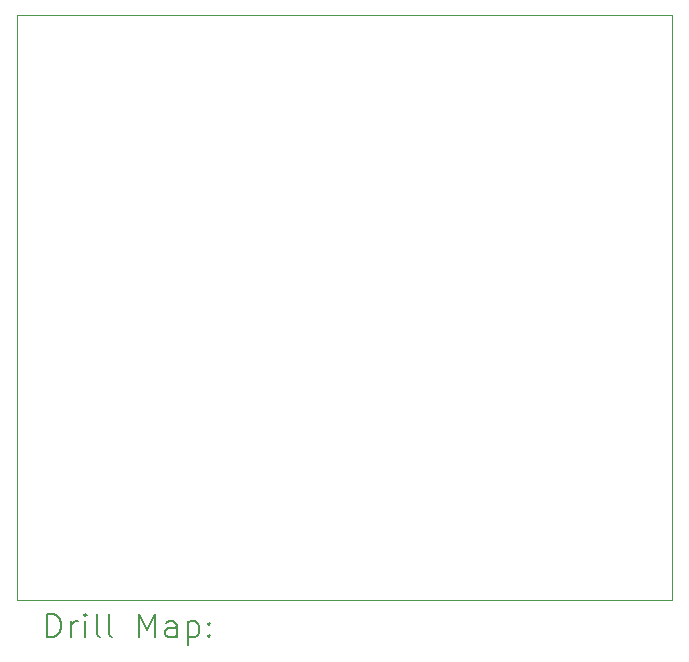
<source format=gbr>
%TF.GenerationSoftware,KiCad,Pcbnew,9.0.1+1*%
%TF.CreationDate,2025-10-27T20:24:24+00:00*%
%TF.ProjectId,ECAD_main,45434144-5f6d-4616-996e-2e6b69636164,rev?*%
%TF.SameCoordinates,Original*%
%TF.FileFunction,Drillmap*%
%TF.FilePolarity,Positive*%
%FSLAX45Y45*%
G04 Gerber Fmt 4.5, Leading zero omitted, Abs format (unit mm)*
G04 Created by KiCad (PCBNEW 9.0.1+1) date 2025-10-27 20:24:24*
%MOMM*%
%LPD*%
G01*
G04 APERTURE LIST*
%ADD10C,0.050000*%
%ADD11C,0.200000*%
G04 APERTURE END LIST*
D10*
X1250000Y-2300000D02*
X6800000Y-2300000D01*
X6800000Y-7250000D01*
X1250000Y-7250000D01*
X1250000Y-2300000D01*
D11*
X1508277Y-7563984D02*
X1508277Y-7363984D01*
X1508277Y-7363984D02*
X1555896Y-7363984D01*
X1555896Y-7363984D02*
X1584467Y-7373508D01*
X1584467Y-7373508D02*
X1603515Y-7392555D01*
X1603515Y-7392555D02*
X1613039Y-7411603D01*
X1613039Y-7411603D02*
X1622562Y-7449698D01*
X1622562Y-7449698D02*
X1622562Y-7478269D01*
X1622562Y-7478269D02*
X1613039Y-7516365D01*
X1613039Y-7516365D02*
X1603515Y-7535412D01*
X1603515Y-7535412D02*
X1584467Y-7554460D01*
X1584467Y-7554460D02*
X1555896Y-7563984D01*
X1555896Y-7563984D02*
X1508277Y-7563984D01*
X1708277Y-7563984D02*
X1708277Y-7430650D01*
X1708277Y-7468746D02*
X1717801Y-7449698D01*
X1717801Y-7449698D02*
X1727324Y-7440174D01*
X1727324Y-7440174D02*
X1746372Y-7430650D01*
X1746372Y-7430650D02*
X1765420Y-7430650D01*
X1832086Y-7563984D02*
X1832086Y-7430650D01*
X1832086Y-7363984D02*
X1822562Y-7373508D01*
X1822562Y-7373508D02*
X1832086Y-7383031D01*
X1832086Y-7383031D02*
X1841610Y-7373508D01*
X1841610Y-7373508D02*
X1832086Y-7363984D01*
X1832086Y-7363984D02*
X1832086Y-7383031D01*
X1955896Y-7563984D02*
X1936848Y-7554460D01*
X1936848Y-7554460D02*
X1927324Y-7535412D01*
X1927324Y-7535412D02*
X1927324Y-7363984D01*
X2060658Y-7563984D02*
X2041610Y-7554460D01*
X2041610Y-7554460D02*
X2032086Y-7535412D01*
X2032086Y-7535412D02*
X2032086Y-7363984D01*
X2289229Y-7563984D02*
X2289229Y-7363984D01*
X2289229Y-7363984D02*
X2355896Y-7506841D01*
X2355896Y-7506841D02*
X2422563Y-7363984D01*
X2422563Y-7363984D02*
X2422563Y-7563984D01*
X2603515Y-7563984D02*
X2603515Y-7459222D01*
X2603515Y-7459222D02*
X2593991Y-7440174D01*
X2593991Y-7440174D02*
X2574944Y-7430650D01*
X2574944Y-7430650D02*
X2536848Y-7430650D01*
X2536848Y-7430650D02*
X2517801Y-7440174D01*
X2603515Y-7554460D02*
X2584467Y-7563984D01*
X2584467Y-7563984D02*
X2536848Y-7563984D01*
X2536848Y-7563984D02*
X2517801Y-7554460D01*
X2517801Y-7554460D02*
X2508277Y-7535412D01*
X2508277Y-7535412D02*
X2508277Y-7516365D01*
X2508277Y-7516365D02*
X2517801Y-7497317D01*
X2517801Y-7497317D02*
X2536848Y-7487793D01*
X2536848Y-7487793D02*
X2584467Y-7487793D01*
X2584467Y-7487793D02*
X2603515Y-7478269D01*
X2698753Y-7430650D02*
X2698753Y-7630650D01*
X2698753Y-7440174D02*
X2717801Y-7430650D01*
X2717801Y-7430650D02*
X2755896Y-7430650D01*
X2755896Y-7430650D02*
X2774944Y-7440174D01*
X2774944Y-7440174D02*
X2784467Y-7449698D01*
X2784467Y-7449698D02*
X2793991Y-7468746D01*
X2793991Y-7468746D02*
X2793991Y-7525888D01*
X2793991Y-7525888D02*
X2784467Y-7544936D01*
X2784467Y-7544936D02*
X2774944Y-7554460D01*
X2774944Y-7554460D02*
X2755896Y-7563984D01*
X2755896Y-7563984D02*
X2717801Y-7563984D01*
X2717801Y-7563984D02*
X2698753Y-7554460D01*
X2879705Y-7544936D02*
X2889229Y-7554460D01*
X2889229Y-7554460D02*
X2879705Y-7563984D01*
X2879705Y-7563984D02*
X2870182Y-7554460D01*
X2870182Y-7554460D02*
X2879705Y-7544936D01*
X2879705Y-7544936D02*
X2879705Y-7563984D01*
X2879705Y-7440174D02*
X2889229Y-7449698D01*
X2889229Y-7449698D02*
X2879705Y-7459222D01*
X2879705Y-7459222D02*
X2870182Y-7449698D01*
X2870182Y-7449698D02*
X2879705Y-7440174D01*
X2879705Y-7440174D02*
X2879705Y-7459222D01*
M02*

</source>
